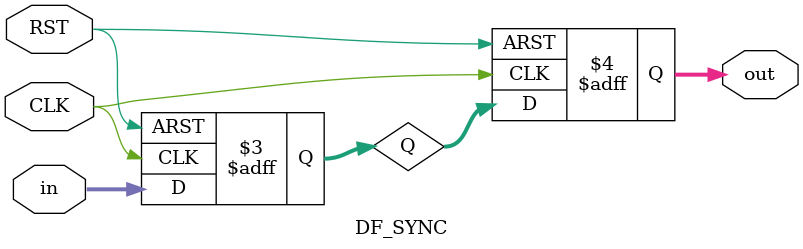
<source format=v>
module DF_SYNC #(
    parameter DATA_WIDTH = 8
) (
    input wire                CLK,
    input wire                RST,
    input wire [$clog2(DATA_WIDTH):0] in,
    output reg [$clog2(DATA_WIDTH):0] out
);
    localparam ADDR_WIDTH = $clog2(DATA_WIDTH);

    reg [ADDR_WIDTH:0] Q;
    
    always @(posedge CLK or negedge RST) begin
        if (!RST) begin
            Q <= 'b0;
            out <= 'b0;
        end else begin
            Q <= in;
            out <= Q;
        end
    end
endmodule

</source>
